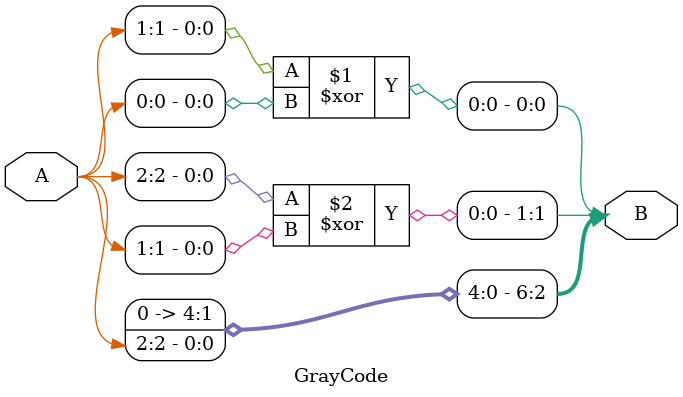
<source format=v>
module GrayCode (
    input [2:0] A,
    output [6:0] B
);
    assign B = {4'b0000, A[2], A[2]^A[1], A[1]^A[0]};
endmodule
</source>
